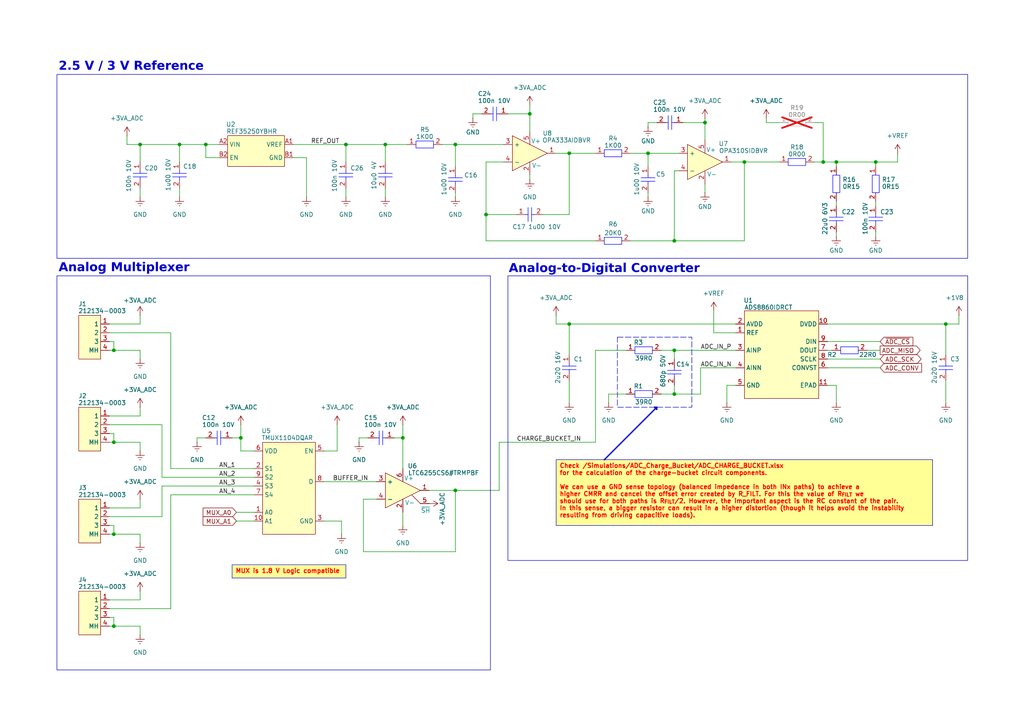
<source format=kicad_sch>
(kicad_sch (version 20231120) (generator "eeschema") (generator_version "8.0")
  (paper "A4")
  (title_block (title "[2] ADC & Multiplexer") (rev "1.0") (company "Embedded Systems Laboratory - EPFL") (comment 1 "Author: José Angel Miranda Calero") (comment 2 "Author: Juan Sapriza") (comment 3 "Author: Alejandro López Rodriguez"))
  (lib_symbols
    (symbol "X-MODs_SchLib:212134-0003"
      (property "Reference" "J" (at -0.254 3.302 0))
      (property "Value" " 212134-0003 " (at -1.27 1.27 0))
      (symbol "212134-0003_1_1"
        (pin passive line (at -2.54 -2.54 0) (length 2.54) (name "1") (number "1"))
        (pin passive line (at -2.54 -5.08 0) (length 2.54) (name "2") (number "2"))
        (pin passive line (at -2.54 -7.62 0) (length 2.54) (name "3") (number "3"))
        (pin passive line (at -2.54 -10.16 0) (length 2.54) (name "MH") (number "4"))
      )
    )
    (symbol "X-MODs_SchLib:ADS8860IDRCT"
      (property "Reference" "U" (at -0.254 2.794 0))
      (property "Value" " ADS8860IDRCT " (at -1.27 1.016 0))
      (symbol "ADS8860IDRCT_1_1"
        (pin passive line (at -2.54 -6.35 0) (length 2.54) (name "REF") (number "1"))
        (pin passive line (at 24.13 -3.81 180) (length 2.54) (name "DVDD") (number "10"))
        (pin passive line (at 24.13 -21.59 180) (length 2.54) (name "EPAD") (number "11"))
        (pin passive line (at -2.54 -3.81 0) (length 2.54) (name "AVDD") (number "2"))
        (pin passive line (at -2.54 -11.43 0) (length 2.54) (name "AINP") (number "3"))
        (pin passive line (at -2.54 -16.51 0) (length 2.54) (name "AINN") (number "4"))
        (pin passive line (at -2.54 -21.59 0) (length 2.54) (name "GND") (number "5"))
        (pin passive line (at 24.13 -16.51 180) (length 2.54) (name "CONVST") (number "6"))
        (pin passive line (at 24.13 -11.43 180) (length 2.54) (name "DOUT") (number "7"))
        (pin passive line (at 24.13 -13.97 180) (length 2.54) (name "SCLK") (number "8"))
        (pin passive line (at 24.13 -8.89 180) (length 2.54) (name "DIN") (number "9"))
      )
    )
    (symbol "X-MODs_SchLib:C0402C105K8PACTU"
      (property "Reference" "C" (at -4.064 5.588 0))
      (property "Value" "1u00 10V" (at -4.064 3.302 0))
      (symbol "C0402C105K8PACTU_1_1"
        (pin passive line (at -3.81 0 0) (length 2.54) (name "") (number "1"))
        (pin passive line (at 3.81 0 180) (length 2.54) (name "") (number "2"))
      )
    )
    (symbol "X-MODs_SchLib:CL05A226MQ5CUN"
      (property "Reference" "C" (at -4.064 5.588 0))
      (property "Value" "22u0 6V3" (at -4.064 3.302 0))
      (symbol "CL05A226MQ5CUN_1_1"
        (pin passive line (at -3.81 0 0) (length 2.54) (name "") (number "1"))
        (pin passive line (at 3.81 0 180) (length 2.54) (name "") (number "2"))
      )
    )
    (symbol "X-MODs_SchLib:CRCW040222R0FKED"
      (property "Reference" "R" (at -4.064 5.588 0))
      (property "Value" "22R0" (at -4.064 3.302 0))
      (symbol "CRCW040222R0FKED_1_1"
        (pin passive line (at -5.08 0 0) (length 2.54) (name "") (number "1"))
        (pin passive line (at 5.08 0 180) (length 2.54) (name "") (number "2"))
      )
    )
    (symbol "X-MODs_SchLib:ERA-2ARC102X"
      (property "Reference" "R" (at -4.064 5.588 0))
      (property "Value" "1K00" (at -4.064 3.302 0))
      (symbol "ERA-2ARC102X_1_1"
        (pin passive line (at -5.08 0 0) (length 2.54) (name "") (number "1"))
        (pin passive line (at 5.08 0 180) (length 2.54) (name "") (number "2"))
      )
    )
    (symbol "X-MODs_SchLib:ERA-2ARC203X"
      (property "Reference" "R" (at -4.064 5.588 0))
      (property "Value" "20K0" (at -4.064 3.302 0))
      (symbol "ERA-2ARC203X_1_1"
        (pin passive line (at -5.08 0 0) (length 2.54) (name "") (number "1"))
        (pin passive line (at 5.08 0 180) (length 2.54) (name "") (number "2"))
      )
    )
    (symbol "X-MODs_SchLib:GCM1555C1H681FA16J "
      (property "Reference" "C" (at -4.064 5.588 0))
      (property "Value" "680p 50V" (at -4.064 3.302 0))
      (symbol "GCM1555C1H681FA16J _1_1"
        (pin passive line (at -3.81 0 0) (length 2.54) (name "") (number "1"))
        (pin passive line (at 3.81 0 180) (length 2.54) (name "") (number "2"))
      )
    )
    (symbol "X-MODs_SchLib:GRM155R60G106ME01D"
      (property "Reference" "C" (at -4.064 5.588 0))
      (property "Value" "10u0 4V" (at -4.064 3.302 0))
      (symbol "GRM155R60G106ME01D_1_1"
        (pin passive line (at -3.81 0 0) (length 2.54) (name "") (number "1"))
        (pin passive line (at 3.81 0 180) (length 2.54) (name "") (number "2"))
      )
      (symbol "GRM155R60G106ME01D_1_2"
        (pin passive line (at -3.81 0 0) (length 2.54) (name "") (number "1"))
        (pin passive line (at 3.81 0 180) (length 2.54) (name "") (number "2"))
      )
    )
    (symbol "X-MODs_SchLib:GRM155R61C225KE44D"
      (property "Reference" "C" (at -4.064 5.588 0))
      (property "Value" "2u20 16V" (at -4.064 3.302 0))
      (symbol "GRM155R61C225KE44D_1_1"
        (pin passive line (at -3.81 0 0) (length 2.54) (name "") (number "1"))
        (pin passive line (at 3.81 0 180) (length 2.54) (name "") (number "2"))
      )
    )
    (symbol "X-MODs_SchLib:GRM155R71A104JA01D"
      (property "Reference" "C" (at -4.826 5.588 0))
      (property "Value" "100n 10V" (at -4.826 3.302 0))
      (symbol "GRM155R71A104JA01D_1_1"
        (pin passive line (at -3.81 0 0) (length 2.54) (name "") (number "1"))
        (pin passive line (at 3.81 0 180) (length 2.54) (name "") (number "2"))
      )
    )
    (symbol "X-MODs_SchLib:KDV04FR150ET "
      (property "Reference" "R" (at -4.064 5.588 0))
      (property "Value" "0R15" (at -4.064 3.302 0))
      (symbol "KDV04FR150ET _1_1"
        (pin passive line (at -5.08 0 0) (length 2.54) (name "") (number "1"))
        (pin passive line (at 5.08 0 180) (length 2.54) (name "") (number "2"))
      )
    )
    (symbol "X-MODs_SchLib:LTC6255CS6#TRMPBF"
      (property "Reference" "U" (at 7.366 -12.7 0))
      (property "Value" " LTC6255CS6#TRMPBF " (at 6.604 -14.478 0))
      (symbol "LTC6255CS6#TRMPBF_1_1"
        (text "V+" (at 6.858 -1.524 0) (effects (font (size 1.27 1.27))))
        (text "V-" (at 7.112 -8.636 0) (effects (font (size 1.27 1.27))))
        (text "~{SH}" (at 11.684 -10.922 0) (effects (font (size 1.27 1.27))))
        (pin output line (at 12.7 -5.08 180) (length 2.54) (name "VOUT") (number "1"))
        (pin power_in line (at 5.08 -11.43 90) (length 3.81) (name "V-") (number "2"))
        (pin input line (at -2.54 -2.54 0) (length 2.54) (name "+") (number "3"))
        (pin input line (at -2.54 -7.62 0) (length 2.54) (name "-") (number "4"))
        (pin output line (at 12.7 -8.89 180) (length 2.54) (name "~{SH}") (number "5"))
        (pin power_in line (at 5.08 1.27 270) (length 3.81) (name "V+") (number "6"))
      )
    )
    (symbol "X-MODs_SchLib:OPA310SIDBVR"
      (property "Reference" "U" (at 7.366 -12.7 0))
      (property "Value" " OPA310SIDBVR " (at 6.604 -14.478 0))
      (symbol "OPA310SIDBVR_1_1"
        (text "V+" (at 6.858 -1.524 0) (effects (font (size 1.27 1.27))))
        (text "V-" (at 7.112 -8.636 0) (effects (font (size 1.27 1.27))))
        (pin output line (at 12.7 -5.08 180) (length 2.54) (name "VOUT") (number "1"))
        (pin power_in line (at 5.08 -11.43 90) (length 3.81) (name "V-") (number "2"))
        (pin input line (at -2.54 -2.54 0) (length 2.54) (name "+") (number "3"))
        (pin input line (at -2.54 -7.62 0) (length 2.54) (name "-") (number "4"))
        (pin power_in line (at 5.08 1.27 270) (length 3.81) (name "V+") (number "5"))
      )
    )
    (symbol "X-MODs_SchLib:OPA333AIDBVR"
      (property "Reference" "U" (at 7.366 -12.7 0))
      (property "Value" " OPA333AIDBVR " (at 6.604 -14.478 0))
      (symbol "OPA333AIDBVR_1_1"
        (text "V+" (at 6.858 -1.524 0) (effects (font (size 1.27 1.27))))
        (text "V-" (at 7.112 -8.636 0) (effects (font (size 1.27 1.27))))
        (pin output line (at 12.7 -5.08 180) (length 2.54) (name "VOUT") (number "1"))
        (pin power_in line (at 5.08 -11.43 90) (length 3.81) (name "V-") (number "2"))
        (pin input line (at -2.54 -2.54 0) (length 2.54) (name "+") (number "3"))
        (pin input line (at -2.54 -7.62 0) (length 2.54) (name "-") (number "4"))
        (pin power_in line (at 5.08 1.27 270) (length 3.81) (name "V+") (number "5"))
      )
    )
    (symbol "X-MODs_SchLib:REF35250YBHR "
      (property "Reference" "U" (at -0.254 2.794 0))
      (property "Value" "REF35250YBHR " (at -0.254 1.016 0))
      (symbol "REF35250YBHR _1_1"
        (pin passive line (at 19.05 -2.54 180) (length 2.54) (name "VREF") (number "A1"))
        (pin passive line (at -2.54 -2.54 0) (length 2.54) (name "VIN") (number "A2"))
        (pin passive line (at 19.05 -6.35 180) (length 2.54) (name "GND") (number "B1"))
        (pin passive line (at -2.54 -6.35 0) (length 2.54) (name "EN") (number "B2"))
      )
    )
    (symbol "X-MODs_SchLib:RK73Z1ETTP"
      (property "Reference" "R" (at -4.064 5.588 0))
      (property "Value" "0R00" (at -4.064 3.302 0))
      (symbol "RK73Z1ETTP_1_1"
        (pin passive line (at -5.08 0 0) (length 2.54) (name "") (number "1"))
        (pin passive line (at 5.08 0 180) (length 2.54) (name "") (number "2"))
      )
    )
    (symbol "X-MODs_SchLib:RT0402BRD0739RL "
      (property "Reference" "R" (at -4.064 5.588 0))
      (property "Value" "39R0" (at -4.064 3.302 0))
      (symbol "RT0402BRD0739RL _1_1"
        (pin passive line (at -5.08 0 0) (length 2.54) (name "") (number "1"))
        (pin passive line (at 5.08 0 180) (length 2.54) (name "") (number "2"))
      )
    )
    (symbol "X-MODs_SchLib:TMUX1104DQAR"
      (property "Reference" "U" (at -0.254 2.794 0))
      (property "Value" "TMUX1104DQAR " (at -0.254 1.016 0))
      (symbol "TMUX1104DQAR_1_1"
        (pin passive line (at -2.54 -20.32 0) (length 2.54) (name "A0") (number "1"))
        (pin passive line (at -2.54 -22.86 0) (length 2.54) (name "A1") (number "10"))
        (pin passive line (at -2.54 -7.62 0) (length 2.54) (name "S1") (number "2"))
        (pin passive line (at 17.78 -22.86 180) (length 2.54) (name "GND") (number "3"))
        (pin passive line (at -2.54 -12.7 0) (length 2.54) (name "S3") (number "4"))
        (pin passive line (at 17.78 -2.54 180) (length 2.54) (name "EN") (number "5"))
        (pin passive line (at -2.54 -2.54 0) (length 2.54) (name "VDD") (number "6"))
        (pin passive line (at -2.54 -15.24 0) (length 2.54) (name "S4") (number "7"))
        (pin passive line (at 17.78 -11.43 180) (length 2.54) (name "D") (number "8"))
        (pin passive line (at -2.54 -10.16 0) (length 2.54) (name "S2") (number "9"))
      )
    )
    (symbol "power:+3.3VA" (power) (pin_numbers hide) (pin_names (offset 0) hide)
      (property "Value" "+3.3VA" (at 0 3.556 0))
      (symbol "+3.3VA_1_1"
        (pin power_in line (at 0 0 90) (length 0) (name "~") (number "1"))
      )
    )
    (symbol "power:Earth" (power) (pin_numbers hide) (pin_names (offset 0) hide)
      (property "Value" "Earth" (at 0 -3.81 0))
      (symbol "Earth_1_1"
        (pin power_in line (at 0 0 270) (length 0) (name "~") (number "1"))
      )
    )
  )
  (junction (at 195.58 101.6))
  (junction (at 153.67 33.02))
  (junction (at 100.33 41.91))
  (junction (at 238.76 46.99))
  (junction (at 274.32 93.98))
  (junction (at 33.02 181.61))
  (junction (at 132.08 41.91))
  (junction (at 33.02 128.27))
  (junction (at 69.85 127))
  (junction (at 215.9 46.99))
  (junction (at 132.08 142.24))
  (junction (at 254 46.99))
  (junction (at 195.58 69.85))
  (junction (at 187.96 44.45))
  (junction (at 165.1 93.98))
  (junction (at 33.02 154.94))
  (junction (at 195.58 114.3))
  (junction (at 52.07 41.91))
  (junction (at 40.64 41.91))
  (junction (at 204.47 35.56))
  (junction (at 165.1 44.45))
  (junction (at 116.84 127))
  (junction (at 242.57 46.99))
  (junction (at 111.76 41.91))
  (junction (at 140.97 62.23))
  (junction (at 59.69 41.91))
  (junction (at 33.02 101.6))
  (wire (pts (xy 40.64 101.6) (xy 40.64 104.14)))
  (wire (pts (xy 240.03 93.98) (xy 274.32 93.98)))
  (wire (pts (xy 153.67 33.02) (xy 153.67 38.1)))
  (wire (pts (xy 111.76 54.61) (xy 111.76 57.15)))
  (wire (pts (xy 31.75 99.06) (xy 33.02 99.06)))
  (wire (pts (xy 240.03 111.76) (xy 242.57 111.76)))
  (wire (pts (xy 49.53 135.89) (xy 73.66 135.89)))
  (wire (pts (xy 195.58 111.76) (xy 195.58 114.3)))
  (wire (pts (xy 36.83 39.37) (xy 36.83 41.91)))
  (wire (pts (xy 33.02 125.73) (xy 33.02 128.27)))
  (wire (pts (xy 68.58 151.13) (xy 73.66 151.13)))
  (wire (pts (xy 238.76 35.56) (xy 238.76 46.99)))
  (wire (pts (xy 278.13 91.44) (xy 278.13 93.98)))
  (wire (pts (xy 187.96 57.15) (xy 187.96 55.88)))
  (wire (pts (xy 165.1 44.45) (xy 165.1 62.23)))
  (wire (pts (xy 254 48.26) (xy 254 46.99)))
  (wire (pts (xy 196.85 49.53) (xy 195.58 49.53)))
  (wire (pts (xy 40.64 120.65) (xy 31.75 120.65)))
  (wire (pts (xy 181.61 101.6) (xy 172.72 101.6)))
  (wire (pts (xy 31.75 123.19) (xy 46.99 123.19)))
  (wire (pts (xy 88.9 45.72) (xy 88.9 57.15)))
  (wire (pts (xy 165.1 93.98) (xy 213.36 93.98)))
  (wire (pts (xy 215.9 69.85) (xy 215.9 46.99)))
  (polyline (pts (xy 189.865 118.11) (xy 190.5 118.745)) (stroke (width 0.381)))
  (wire (pts (xy 31.75 181.61) (xy 33.02 181.61)))
  (wire (pts (xy 46.99 140.97) (xy 73.66 140.97)))
  (wire (pts (xy 116.84 127) (xy 116.84 135.89)))
  (wire (pts (xy 278.13 93.98) (xy 274.32 93.98)))
  (wire (pts (xy 33.02 128.27) (xy 40.64 128.27)))
  (wire (pts (xy 236.22 46.99) (xy 238.76 46.99)))
  (wire (pts (xy 157.48 62.23) (xy 165.1 62.23)))
  (wire (pts (xy 187.96 36.83) (xy 187.96 35.56)))
  (wire (pts (xy 187.96 44.45) (xy 196.85 44.45)))
  (wire (pts (xy 144.78 142.24) (xy 132.08 142.24)))
  (polyline (pts (xy 190.5 118.11) (xy 190.5 118.745)) (stroke (width 0.381)))
  (wire (pts (xy 255.27 101.6) (xy 251.46 101.6)))
  (wire (pts (xy 204.47 55.88) (xy 204.47 53.34)))
  (wire (pts (xy 105.41 144.78) (xy 105.41 160.02)))
  (wire (pts (xy 52.07 41.91) (xy 52.07 46.99)))
  (wire (pts (xy 57.15 127) (xy 59.69 127)))
  (wire (pts (xy 57.15 128.27) (xy 57.15 127)))
  (wire (pts (xy 165.1 110.49) (xy 165.1 116.84)))
  (wire (pts (xy 132.08 41.91) (xy 132.08 48.26)))
  (wire (pts (xy 97.79 130.81) (xy 97.79 123.19)))
  (wire (pts (xy 181.61 114.3) (xy 176.53 114.3)))
  (wire (pts (xy 100.33 41.91) (xy 100.33 46.99)))
  (wire (pts (xy 33.02 179.07) (xy 33.02 181.61)))
  (wire (pts (xy 140.97 62.23) (xy 149.86 62.23)))
  (wire (pts (xy 198.12 35.56) (xy 204.47 35.56)))
  (wire (pts (xy 111.76 41.91) (xy 111.76 46.99)))
  (wire (pts (xy 236.22 35.56) (xy 238.76 35.56)))
  (wire (pts (xy 33.02 152.4) (xy 33.02 154.94)))
  (wire (pts (xy 132.08 160.02) (xy 132.08 142.24)))
  (wire (pts (xy 195.58 114.3) (xy 203.2 114.3)))
  (wire (pts (xy 40.64 171.45) (xy 40.64 173.99)))
  (wire (pts (xy 191.77 114.3) (xy 195.58 114.3)))
  (wire (pts (xy 68.58 148.59) (xy 73.66 148.59)))
  (wire (pts (xy 40.64 41.91) (xy 52.07 41.91)))
  (wire (pts (xy 172.72 69.85) (xy 140.97 69.85)))
  (wire (pts (xy 137.16 33.02) (xy 139.7 33.02)))
  (wire (pts (xy 203.2 106.68) (xy 203.2 114.3)))
  (wire (pts (xy 195.58 101.6) (xy 213.36 101.6)))
  (wire (pts (xy 52.07 54.61) (xy 52.07 57.15)))
  (wire (pts (xy 242.57 111.76) (xy 242.57 116.84)))
  (polyline (pts (xy 175.26 133.35) (xy 190.5 118.11)) (stroke (width 0.381)))
  (wire (pts (xy 240.03 99.06) (xy 255.27 99.06)))
  (wire (pts (xy 93.98 139.7) (xy 109.22 139.7)))
  (wire (pts (xy 215.9 46.99) (xy 212.09 46.99)))
  (wire (pts (xy 195.58 49.53) (xy 195.58 69.85)))
  (wire (pts (xy 204.47 40.64) (xy 204.47 35.56)))
  (wire (pts (xy 242.57 46.99) (xy 254 46.99)))
  (wire (pts (xy 274.32 93.98) (xy 274.32 102.87)))
  (wire (pts (xy 40.64 144.78) (xy 40.64 147.32)))
  (wire (pts (xy 242.57 48.26) (xy 242.57 46.99)))
  (wire (pts (xy 238.76 46.99) (xy 242.57 46.99)))
  (wire (pts (xy 187.96 35.56) (xy 190.5 35.56)))
  (wire (pts (xy 33.02 181.61) (xy 40.64 181.61)))
  (wire (pts (xy 132.08 57.15) (xy 132.08 55.88)))
  (wire (pts (xy 165.1 44.45) (xy 172.72 44.45)))
  (wire (pts (xy 31.75 101.6) (xy 33.02 101.6)))
  (wire (pts (xy 165.1 93.98) (xy 165.1 102.87)))
  (wire (pts (xy 161.29 93.98) (xy 165.1 93.98)))
  (wire (pts (xy 144.78 128.27) (xy 172.72 128.27)))
  (wire (pts (xy 46.99 138.43) (xy 73.66 138.43)))
  (wire (pts (xy 260.35 46.99) (xy 254 46.99)))
  (wire (pts (xy 109.22 144.78) (xy 105.41 144.78)))
  (wire (pts (xy 137.16 34.29) (xy 137.16 33.02)))
  (wire (pts (xy 161.29 44.45) (xy 165.1 44.45)))
  (wire (pts (xy 69.85 123.19) (xy 69.85 127)))
  (wire (pts (xy 260.35 44.45) (xy 260.35 46.99)))
  (wire (pts (xy 93.98 130.81) (xy 97.79 130.81)))
  (wire (pts (xy 33.02 99.06) (xy 33.02 101.6)))
  (wire (pts (xy 49.53 96.52) (xy 49.53 135.89)))
  (wire (pts (xy 128.27 41.91) (xy 132.08 41.91)))
  (wire (pts (xy 172.72 101.6) (xy 172.72 128.27)))
  (wire (pts (xy 116.84 123.19) (xy 116.84 127)))
  (wire (pts (xy 63.5 45.72) (xy 59.69 45.72)))
  (wire (pts (xy 114.3 127) (xy 116.84 127)))
  (wire (pts (xy 222.25 34.29) (xy 222.25 35.56)))
  (wire (pts (xy 242.57 67.31) (xy 242.57 68.58)))
  (wire (pts (xy 49.53 176.53) (xy 49.53 143.51)))
  (wire (pts (xy 46.99 149.86) (xy 46.99 140.97)))
  (wire (pts (xy 31.75 149.86) (xy 46.99 149.86)))
  (wire (pts (xy 46.99 123.19) (xy 46.99 138.43)))
  (wire (pts (xy 40.64 147.32) (xy 31.75 147.32)))
  (wire (pts (xy 31.75 154.94) (xy 33.02 154.94)))
  (polyline (pts (xy 190.5 118.11) (xy 189.865 118.11)) (stroke (width 0.381)))
  (wire (pts (xy 195.58 69.85) (xy 215.9 69.85)))
  (wire (pts (xy 40.64 93.98) (xy 31.75 93.98)))
  (wire (pts (xy 67.31 127) (xy 69.85 127)))
  (wire (pts (xy 147.32 33.02) (xy 153.67 33.02)))
  (wire (pts (xy 104.14 127) (xy 106.68 127)))
  (wire (pts (xy 85.09 41.91) (xy 100.33 41.91)))
  (wire (pts (xy 240.03 106.68) (xy 255.27 106.68)))
  (wire (pts (xy 100.33 41.91) (xy 111.76 41.91)))
  (wire (pts (xy 59.69 41.91) (xy 63.5 41.91)))
  (wire (pts (xy 40.64 41.91) (xy 40.64 46.99)))
  (wire (pts (xy 31.75 96.52) (xy 49.53 96.52)))
  (wire (pts (xy 140.97 62.23) (xy 140.97 69.85)))
  (wire (pts (xy 242.57 58.42) (xy 242.57 59.69)))
  (wire (pts (xy 40.64 181.61) (xy 40.64 184.15)))
  (wire (pts (xy 49.53 143.51) (xy 73.66 143.51)))
  (wire (pts (xy 40.64 91.44) (xy 40.64 93.98)))
  (wire (pts (xy 40.64 154.94) (xy 40.64 157.48)))
  (wire (pts (xy 100.33 54.61) (xy 100.33 57.15)))
  (wire (pts (xy 222.25 35.56) (xy 226.06 35.56)))
  (wire (pts (xy 132.08 41.91) (xy 146.05 41.91)))
  (wire (pts (xy 191.77 101.6) (xy 195.58 101.6)))
  (wire (pts (xy 207.01 96.52) (xy 213.36 96.52)))
  (wire (pts (xy 59.69 45.72) (xy 59.69 41.91)))
  (wire (pts (xy 69.85 130.81) (xy 73.66 130.81)))
  (wire (pts (xy 153.67 52.07) (xy 153.67 50.8)))
  (wire (pts (xy 36.83 41.91) (xy 40.64 41.91)))
  (wire (pts (xy 210.82 111.76) (xy 210.82 116.84)))
  (wire (pts (xy 213.36 111.76) (xy 210.82 111.76)))
  (wire (pts (xy 182.88 44.45) (xy 187.96 44.45)))
  (wire (pts (xy 240.03 104.14) (xy 255.27 104.14)))
  (wire (pts (xy 31.75 179.07) (xy 33.02 179.07)))
  (wire (pts (xy 203.2 106.68) (xy 213.36 106.68)))
  (wire (pts (xy 104.14 128.27) (xy 104.14 127)))
  (wire (pts (xy 144.78 128.27) (xy 144.78 142.24)))
  (wire (pts (xy 93.98 151.13) (xy 99.06 151.13)))
  (wire (pts (xy 176.53 114.3) (xy 176.53 116.84)))
  (wire (pts (xy 161.29 93.98) (xy 161.29 91.44)))
  (wire (pts (xy 52.07 41.91) (xy 59.69 41.91)))
  (wire (pts (xy 207.01 90.17) (xy 207.01 96.52)))
  (wire (pts (xy 240.03 101.6) (xy 241.3 101.6)))
  (wire (pts (xy 187.96 44.45) (xy 187.96 48.26)))
  (wire (pts (xy 40.64 118.11) (xy 40.64 120.65)))
  (wire (pts (xy 85.09 45.72) (xy 88.9 45.72)))
  (wire (pts (xy 40.64 128.27) (xy 40.64 130.81)))
  (wire (pts (xy 111.76 41.91) (xy 118.11 41.91)))
  (wire (pts (xy 31.75 128.27) (xy 33.02 128.27)))
  (wire (pts (xy 182.88 69.85) (xy 195.58 69.85)))
  (wire (pts (xy 116.84 148.59) (xy 116.84 152.4)))
  (wire (pts (xy 40.64 173.99) (xy 31.75 173.99)))
  (wire (pts (xy 204.47 35.56) (xy 204.47 34.29)))
  (wire (pts (xy 124.46 142.24) (xy 132.08 142.24)))
  (wire (pts (xy 31.75 125.73) (xy 33.02 125.73)))
  (wire (pts (xy 31.75 176.53) (xy 49.53 176.53)))
  (wire (pts (xy 69.85 127) (xy 69.85 130.81)))
  (wire (pts (xy 254 58.42) (xy 254 59.69)))
  (wire (pts (xy 99.06 151.13) (xy 99.06 154.94)))
  (wire (pts (xy 105.41 160.02) (xy 132.08 160.02)))
  (wire (pts (xy 146.05 46.99) (xy 140.97 46.99)))
  (wire (pts (xy 140.97 46.99) (xy 140.97 62.23)))
  (wire (pts (xy 274.32 110.49) (xy 274.32 116.84)))
  (wire (pts (xy 33.02 154.94) (xy 40.64 154.94)))
  (wire (pts (xy 153.67 30.48) (xy 153.67 33.02)))
  (wire (pts (xy 33.02 101.6) (xy 40.64 101.6)))
  (wire (pts (xy 215.9 46.99) (xy 226.06 46.99)))
  (wire (pts (xy 31.75 152.4) (xy 33.02 152.4)))
  (wire (pts (xy 254 67.31) (xy 254 68.58)))
  (wire (pts (xy 195.58 101.6) (xy 195.58 104.14)))
  (wire (pts (xy 40.64 54.61) (xy 40.64 57.15)))
  (rectangle (start 16.51 21.59) (end 280.67 74.93))
  (rectangle (start 147.32 80.01) (end 280.67 162.56))
  (rectangle (start 16.51 80.01) (end 142.24 194.31))
  (rectangle (start 179.07 97.79) (end 200.66 118.11) (stroke (width 0) (type dash)))
  (text_box "MUX is 1.8 V Logic compatible" (at 67.31 163.83 0) (size 33.02 3.81) (fill (type color) (color 255 255 150 1)) (effects (font (size 1.27 1.27) (thickness 0.254) (bold yes)) (justify left top)))
  (text_box "Check /Simulations/ADC_Charge_Bucket/ADC_CHARGE_BUCKET.xlsx \nfor the calculation of the charge-bucket circuit components.\n\nWe can use a GND sense topology (balanced impedance in both INx paths) to achieve a \nhigher CMRR and cancel the offset error created by R_FILT. For this the value of R_{FILT} we\nshould use for both paths is R_{FILT}/2. However, the important aspect is the RC constant of the pair.\nIn this sense, a bigger resistor can result in a higher distortion (though it helps avoid the instability\nresulting from driving capacitive loads). " (at 161.29 133.35 0) (size 109.22 19.05) (fill (type color) (color 255 255 150 1)) (effects (font (size 1.27 1.27) (thickness 0.254) (bold yes)) (justify left top)))
  (text "Analog-to-Digital Converter" (at 147.574 78.74 0) (effects (font (size 2.54 2.54) (thickness 0.254) (bold yes) (italic yes)) (justify left)))
  (text "Analog Multiplexer" (at 17.018 78.486 0) (effects (font (size 2.54 2.54) (thickness 0.254) (bold yes) (italic yes)) (justify left)))
  (text "2.5 V / 3 V Reference" (at 17.018 20.066 0) (effects (font (size 2.54 2.54) (thickness 0.254) (bold yes) (italic yes)) (justify left)))
  (label "CHARGE_BUCKET_IN" (at 149.86 128.27 0))
  (label "ADC_IN_N" (at 203.2 106.68 0))
  (label "BUFFER_IN" (at 96.52 139.7 0))
  (label "AN_1" (at 63.5 135.89 0))
  (label "AN_3" (at 63.5 140.97 0))
  (label "ADC_IN_P" (at 203.2 101.6 0))
  (label "REF_OUT" (at 90.17 41.91 0))
  (label "AN_2" (at 63.5 138.43 0))
  (label "AN_4" (at 63.5 143.51 0))
  (global_label "~{ADC_CS}" (shape input) (at 255.27 99.06 0) (property "Intersheetrefs" "${INTERSHEET_REFS}" (effects (hide yes))))
  (global_label "MUX_A1" (shape input) (at 68.58 151.13 180) (property "Intersheetrefs" "${INTERSHEET_REFS}" (effects (hide yes))))
  (global_label "ADC_CONV" (shape input) (at 255.27 106.68 0) (property "Intersheetrefs" "${INTERSHEET_REFS}" (effects (hide yes))))
  (global_label "ADC_MISO" (shape output) (at 255.27 101.6 0) (property "Intersheetrefs" "${INTERSHEET_REFS}" (effects (hide yes))))
  (global_label "ADC_SCK" (shape bidirectional) (at 255.27 104.14 0) (property "Intersheetrefs" "${INTERSHEET_REFS}" (effects (hide yes))))
  (global_label "MUX_A0" (shape input) (at 68.58 148.59 180) (property "Intersheetrefs" "${INTERSHEET_REFS}" (effects (hide yes))))
  (symbol (lib_id "power:Earth") (at 116.84 152.4 0) (unit 1)
    (property "Reference" "#PWR047" (effects (hide yes)))
    (property "Value" "GND" (at 116.84 157.48 0))
    (property "Description" "Power symbol creates a global label with name \"Earth\"" (effects (hide yes)))
  )
  (symbol (lib_id "power:Earth") (at 242.57 116.84 0) (mirror y) (unit 1)
    (property "Reference" "#PWR016" (effects (hide yes)))
    (property "Value" "GND" (at 242.57 121.92 0))
    (property "Description" "Power symbol creates a global label with name \"Earth\"" (effects (hide yes)))
  )
  (symbol (lib_id "X-MODs_SchLib:RT0402BRD0739RL ") (at 186.69 114.3 0) (unit 1)
    (property "Reference" "R1" (at 185.166 112.014 0))
    (property "Value" "39R0" (at 184.15 116.586 0) (effects (justify left)))
    (property "Footprint" "X-MODs_PcbLib:R0402" (effects (hide yes)))
    (property "Datasheet" "https://www.mouser.mx/datasheet/2/447/PYu_RT_1_to_0_01_RoHS_L_15-3461507.pdf" (effects (hide yes)))
    (property "Description" "Thin Film Resistors - SMD 1/16W 39 ohm .1% 25ppm" (effects (hide yes)))
    (property "MPN" "RT0402BRD0739RL " (effects (hide yes)))
  )
  (symbol (lib_id "X-MODs_SchLib:GCM1555C1H681FA16J ") (at 195.58 107.95 270) (unit 1)
    (property "Reference" "C14" (at 196.088 105.6639 90) (effects (justify left)))
    (property "Value" "680p 50V" (at 192.278 102.87 0) (effects (justify left)))
    (property "Footprint" "X-MODs_PcbLib:C0402" (effects (hide yes)))
    (property "Datasheet" "https://www.mouser.es/datasheet/2/281/1/GCM1555C1H681FA16_01A-3142201.pdf" (effects (hide yes)))
    (property "Description" "Multilayer Ceramic Capacitors MLCC - SMD/SMT 680 pF 50 VDC 1% 0402 C0G (NP0) AEC-Q200" (effects (hide yes)))
    (property "MPN" " GCM1555C1H681FA16J " (effects (hide yes)))
  )
  (symbol (lib_id "power:Earth") (at 165.1 116.84 0) (unit 1)
    (property "Reference" "#PWR02" (effects (hide yes)))
    (property "Value" "GND" (at 165.1 121.92 0))
    (property "Description" "Power symbol creates a global label with name \"Earth\"" (effects (hide yes)))
  )
  (symbol (lib_id "X-MODs_SchLib:RT0402BRD0739RL ") (at 186.69 101.6 0) (unit 1)
    (property "Reference" "R3" (at 185.166 99.314 0))
    (property "Value" "39R0" (at 184.15 103.886 0) (effects (justify left)))
    (property "Footprint" "X-MODs_PcbLib:R0402" (effects (hide yes)))
    (property "Datasheet" "https://www.mouser.mx/datasheet/2/447/PYu_RT_1_to_0_01_RoHS_L_15-3461507.pdf" (effects (hide yes)))
    (property "Description" "Thin Film Resistors - SMD 1/16W 39 ohm .1% 25ppm" (effects (hide yes)))
    (property "MPN" "RT0402BRD0739RL " (effects (hide yes)))
  )
  (symbol (lib_id "power:Earth") (at 153.67 52.07 0) (unit 1)
    (property "Reference" "#PWR044" (effects (hide yes)))
    (property "Value" "GND" (at 153.67 57.15 0))
    (property "Description" "Power symbol creates a global label with name \"Earth\"" (effects (hide yes)))
  )
  (symbol (lib_id "X-MODs_SchLib:GRM155R71A104JA01D") (at 100.33 50.8 270) (unit 1)
    (property "Reference" "C26" (at 101.6 48.7679 90) (effects (justify left)))
    (property "Value" "100n 10V" (at 97.028 46.2279 0) (effects (justify left)))
    (property "Footprint" "X-MODs_PcbLib:C0402" (effects (hide yes)))
    (property "Datasheet" "https://www.mouser.es/datasheet/2/281/1/GRM155R71A104JA01_01A-1984196.pdf" (effects (hide yes)))
    (property "Description" "Multilayer Ceramic Capacitors MLCC - SMD/SMT 0.1 uF 10 VDC 5% 0402 X7R" (effects (hide yes)))
    (property "MPN" "GRM155R71A104JA01D" (effects (hide yes)))
  )
  (symbol (lib_id "X-MODs_SchLib:C0402C105K8PACTU") (at 187.96 52.07 270) (unit 1)
    (property "Reference" "C5" (at 190.246 50.5459 90) (effects (justify left)))
    (property "Value" "1u00 10V" (at 184.658 47.2439 0) (effects (justify left)))
    (property "Footprint" "X-MODs_PcbLib:C0402" (effects (hide yes)))
    (property "Datasheet" "https://www.mouser.es/datasheet/2/447/KEM_C1006_X5R_SMD-3316465.pdf" (effects (hide yes)))
    (property "Description" "Multilayer Ceramic Capacitors MLCC - SMD/SMT 10V 1uF X5R 0402 10%" (effects (hide yes)))
    (property "MPN" "C0402C105K8PACTU" (effects (hide yes)))
  )
  (symbol (lib_id "X-MODs_SchLib:TMUX1104DQAR") (at 76.2 128.27 0) (unit 1)
    (property "Reference" "U5" (at 77.216 124.968 0))
    (property "Value" "TMUX1104DQAR" (at 83.312 127 0))
    (property "Footprint" "X-MODs_PcbLib:USON-10_1x2.5mm" (effects (hide yes)))
    (property "Datasheet" "https://www.mouser.es/datasheet/2/609/MAX5417_MAX5419-3470280.pdf" (effects (hide yes)))
    (property "Description" "Multiplexer Switch ICs 3-pA on-state leakage current, 5-V, 4:1, 1-channel precision multiplexer 10-USON -40 to 125" (effects (hide yes)))
    (property "MPN" "TMUX1104DQAR " (effects (hide yes)))
  )
  (symbol (lib_id "X-MODs_SchLib:ERA-2ARC102X") (at 123.19 41.91 0) (unit 1)
    (property "Reference" "R5" (at 123.19 37.592 0))
    (property "Value" "1K00" (at 123.19 39.624 0))
    (property "Footprint" "X-MODs_PcbLib:R0402" (effects (hide yes)))
    (property "Datasheet" "https://industrial.panasonic.com/cdbs/www-data/pdf/RDM0000/AOA0000C307.pdf" (effects (hide yes)))
    (property "Description" "Thin Film Resistors 1K OHM .25% 10PPM 1/16W" (effects (hide yes)))
    (property "MPN" "ERA-2ARC102X" (effects (hide yes)))
  )
  (symbol (lib_id "power:Earth") (at 100.33 57.15 0) (unit 1)
    (property "Reference" "#PWR067" (effects (hide yes)))
    (property "Value" "GND" (at 100.33 62.23 0))
    (property "Description" "Power symbol creates a global label with name \"Earth\"" (effects (hide yes)))
  )
  (symbol (lib_id "power:Earth") (at 88.9 57.15 0) (unit 1)
    (property "Reference" "#PWR054" (effects (hide yes)))
    (property "Value" "GND" (at 88.9 62.23 0))
    (property "Description" "Power symbol creates a global label with name \"Earth\"" (effects (hide yes)))
  )
  (symbol (lib_id "power:Earth") (at 57.15 128.27 0) (unit 1)
    (property "Reference" "#PWR030" (effects (hide yes)))
    (property "Value" "GND" (at 57.15 133.35 0))
    (property "Description" "Power symbol creates a global label with name \"Earth\"" (effects (hide yes)))
  )
  (symbol (lib_id "X-MODs_SchLib:GRM155R71A104JA01D") (at 194.31 35.56 180) (unit 1)
    (property "Reference" "C25" (at 193.294 29.718 0) (effects (justify left)))
    (property "Value" "100n 10V" (at 198.882 31.75 0) (effects (justify left)))
    (property "Footprint" "X-MODs_PcbLib:C0402" (effects (hide yes)))
    (property "Datasheet" "https://www.mouser.es/datasheet/2/281/1/GRM155R71A104JA01_01A-1984196.pdf" (effects (hide yes)))
    (property "Description" "Multilayer Ceramic Capacitors MLCC - SMD/SMT 0.1 uF 10 VDC 5% 0402 X7R" (effects (hide yes)))
    (property "MPN" "GRM155R71A104JA01D" (effects (hide yes)))
  )
  (symbol (lib_id "X-MODs_SchLib:LTC6255CS6#TRMPBF") (at 111.76 137.16 0) (unit 1)
    (property "Reference" "U6" (at 118.2371 135.128 0) (effects (justify left)))
    (property "Value" "LTC6255CS6#TRMPBF" (at 118.364 137.16 0) (effects (justify left)))
    (property "Footprint" "X-MODs_PcbLib:SOT_23_6" (effects (hide yes)))
    (property "Datasheet" "https://www.mouser.es/datasheet/2/609/LTC6255_6256_6257-1716230.pdf" (effects (hide yes)))
    (property "Description" "Precision Amplifiers 6.5MHz, 65uA Pwr Eff R2R I/O Op Amps" (effects (hide yes)))
    (property "MPN" " LTC6255CS6#TRMPBF " (effects (hide yes)))
  )
  (symbol (lib_id "X-MODs_SchLib:C0402C105K8PACTU") (at 153.67 62.23 0) (unit 1)
    (property "Reference" "C17" (at 148.5899 65.786 0) (effects (justify left)))
    (property "Value" "1u00 10V" (at 153.1619 65.786 0) (effects (justify left)))
    (property "Footprint" "X-MODs_PcbLib:C0402" (effects (hide yes)))
    (property "Datasheet" "https://www.mouser.es/datasheet/2/447/KEM_C1006_X5R_SMD-3316465.pdf" (effects (hide yes)))
    (property "Description" "Multilayer Ceramic Capacitors MLCC - SMD/SMT 10V 1uF X5R 0402 10%" (effects (hide yes)))
    (property "MPN" "C0402C105K8PACTU" (effects (hide yes)))
  )
  (symbol (lib_id "X-MODs_SchLib:GRM155R61C225KE44D") (at 165.1 106.68 270) (unit 1)
    (property "Reference" "C1" (at 166.37 104.14 90) (effects (justify left)))
    (property "Value" "2u20 16V" (at 161.798 101.854 0) (effects (justify left)))
    (property "Footprint" "X-MODs_PcbLib:C0402" (effects (hide yes)))
    (property "Datasheet" "https://www.mouser.es/datasheet/2/281/1/GRM155R61C225KE44_01A-1983850.pdf" (effects (hide yes)))
    (property "Description" "Multilayer Ceramic Capacitors MLCC - SMD/SMT 2.2 uF 16 VDC 10% 0402 X5R" (effects (hide yes)))
    (property "MPN" "GRM155R61C225KE44D" (effects (hide yes)))
  )
  (symbol (lib_id "X-MODs_SchLib:RK73Z1ETTP") (at 231.14 46.99 0) (unit 1)
    (property "Reference" "R18" (at 231.14 42.672 0))
    (property "Value" "0R00" (at 231.14 44.704 0))
    (property "Footprint" "X-MODs_PcbLib:R0402" (effects (hide yes)))
    (property "Datasheet" "https://www.koaspeer.com/pdfs/RK73Z.pdf" (effects (hide yes)))
    (property "Description" "Thick Film Resistors ZEROohms JUMPER" (effects (hide yes)))
    (property "MPN" "RK73Z1ETTP" (effects (hide yes)))
  )
  (symbol (lib_id "X-MODs_SchLib:GRM155R71A104JA01D") (at 40.64 50.8 270) (unit 1)
    (property "Reference" "C20" (at 41.91 48.7679 90) (effects (justify left)))
    (property "Value" "100n 10V" (at 37.338 46.2279 0) (effects (justify left)))
    (property "Footprint" "X-MODs_PcbLib:C0402" (effects (hide yes)))
    (property "Datasheet" "https://www.mouser.es/datasheet/2/281/1/GRM155R71A104JA01_01A-1984196.pdf" (effects (hide yes)))
    (property "Description" "Multilayer Ceramic Capacitors MLCC - SMD/SMT 0.1 uF 10 VDC 5% 0402 X7R" (effects (hide yes)))
    (property "MPN" "GRM155R71A104JA01D" (effects (hide yes)))
  )
  (symbol (lib_id "power:Earth") (at 99.06 154.94 0) (unit 1)
    (property "Reference" "#PWR032" (effects (hide yes)))
    (property "Value" "GND" (at 99.06 160.02 0))
    (property "Description" "Power symbol creates a global label with name \"Earth\"" (effects (hide yes)))
  )
  (symbol (lib_id "power:+3.3VA") (at 40.64 118.11 0) (unit 1)
    (property "Reference" "#PWR036" (effects (hide yes)))
    (property "Value" "+3VA_ADC" (at 40.64 113.03 0))
    (property "Description" "Power symbol creates a global label with name \"+3.3VA\"" (effects (hide yes)))
  )
  (symbol (lib_id "power:Earth") (at 40.64 57.15 0) (unit 1)
    (property "Reference" "#PWR058" (effects (hide yes)))
    (property "Value" "GND" (at 40.64 62.23 0))
    (property "Description" "Power symbol creates a global label with name \"Earth\"" (effects (hide yes)))
  )
  (symbol (lib_id "power:Earth") (at 137.16 34.29 0) (unit 1)
    (property "Reference" "#PWR064" (effects (hide yes)))
    (property "Value" "GND" (at 137.16 38.354 0))
    (property "Description" "Power symbol creates a global label with name \"Earth\"" (effects (hide yes)))
  )
  (symbol (lib_id "X-MODs_SchLib:OPA310SIDBVR") (at 199.39 41.91 0) (unit 1)
    (property "Reference" "U7" (at 209.804 41.6874 0))
    (property "Value" "OPA310SIDBVR" (at 215.646 43.7194 0))
    (property "Footprint" "X-MODs_PcbLib:SOT_23_5_SHDN" (effects (hide yes)))
    (property "Datasheet" "https://www.ti.com/lit/gpn/opa310" (effects (hide yes)))
    (property "Description" "Operational Amplifiers - Op Amps Single, 5.5-V, 3-MHz high-output-current (150 mA) fast-shutdown (1 s) operational amplifier" (effects (hide yes)))
    (property "MPN" " OPA310SIDBVR " (effects (hide yes)))
  )
  (symbol (lib_id "X-MODs_SchLib:GRM155R71A104JA01D") (at 63.5 127 180) (unit 1)
    (property "Reference" "C12" (at 62.484 121.158 0) (effects (justify left)))
    (property "Value" "100n 10V" (at 68.072 123.19 0) (effects (justify left)))
    (property "Footprint" "X-MODs_PcbLib:C0402" (effects (hide yes)))
    (property "Datasheet" "https://www.mouser.es/datasheet/2/281/1/GRM155R71A104JA01_01A-1984196.pdf" (effects (hide yes)))
    (property "Description" "Multilayer Ceramic Capacitors MLCC - SMD/SMT 0.1 uF 10 VDC 5% 0402 X7R" (effects (hide yes)))
    (property "MPN" "GRM155R71A104JA01D" (effects (hide yes)))
  )
  (symbol (lib_id "power:Earth") (at 40.64 130.81 0) (unit 1)
    (property "Reference" "#PWR037" (effects (hide yes)))
    (property "Value" "GND" (at 40.64 135.89 0))
    (property "Description" "Power symbol creates a global label with name \"Earth\"" (effects (hide yes)))
  )
  (symbol (lib_id "X-MODs_SchLib:212134-0003") (at 29.21 171.45 0) (mirror y) (unit 1)
    (property "Reference" "J4" (at 25.146 168.1479 0) (effects (justify left)))
    (property "Value" "212134-0003" (at 36.576 170.1799 0) (effects (justify left)))
    (property "Footprint" "X-MODs_PcbLib:2121340003" (effects (hide yes)))
    (property "Datasheet" "https://www.molex.com/en-us/products/part-detail/2121340003?display=pdf" (effects (hide yes)))
    (property "Description" "Headers & Wire Housings Pico-EZMate Plus1.0 PlugAssy ETP LH 3Ckt" (effects (hide yes)))
    (property "MPN" " 212134-0003 " (effects (hide yes)))
  )
  (symbol (lib_id "power:+3.3VA") (at 40.64 171.45 0) (unit 1)
    (property "Reference" "#PWR040" (effects (hide yes)))
    (property "Value" "+3VA_ADC" (at 40.64 166.37 0))
    (property "Description" "Power symbol creates a global label with name \"+3.3VA\"" (effects (hide yes)))
  )
  (symbol (lib_id "power:Earth") (at 52.07 57.15 0) (unit 1)
    (property "Reference" "#PWR053" (effects (hide yes)))
    (property "Value" "GND" (at 52.07 62.23 0))
    (property "Description" "Power symbol creates a global label with name \"Earth\"" (effects (hide yes)))
  )
  (symbol (lib_id "power:Earth") (at 111.76 57.15 0) (unit 1)
    (property "Reference" "#PWR059" (effects (hide yes)))
    (property "Value" "GND" (at 111.76 62.23 0))
    (property "Description" "Power symbol creates a global label with name \"Earth\"" (effects (hide yes)))
  )
  (symbol (lib_id "X-MODs_SchLib:C0402C105K8PACTU") (at 132.08 52.07 270) (unit 1)
    (property "Reference" "C16" (at 134.62 50.7999 90) (effects (justify left)))
    (property "Value" "1u00 10V" (at 128.778 47.2439 0) (effects (justify left)))
    (property "Footprint" "X-MODs_PcbLib:C0402" (effects (hide yes)))
    (property "Datasheet" "https://www.mouser.es/datasheet/2/447/KEM_C1006_X5R_SMD-3316465.pdf" (effects (hide yes)))
    (property "Description" "Multilayer Ceramic Capacitors MLCC - SMD/SMT 10V 1uF X5R 0402 10%" (effects (hide yes)))
    (property "MPN" "C0402C105K8PACTU" (effects (hide yes)))
  )
  (symbol (lib_id "power:+3.3VA") (at 97.79 123.19 0) (unit 1)
    (property "Reference" "#PWR033" (effects (hide yes)))
    (property "Value" "+3VA_ADC" (at 97.79 118.11 0))
    (property "Description" "Power symbol creates a global label with name \"+3.3VA\"" (effects (hide yes)))
  )
  (symbol (lib_id "power:Earth") (at 187.96 57.15 0) (unit 1)
    (property "Reference" "#PWR045" (effects (hide yes)))
    (property "Value" "GND" (at 187.96 61.214 0))
    (property "Description" "Power symbol creates a global label with name \"Earth\"" (effects (hide yes)))
  )
  (symbol (lib_id "power:Earth") (at 242.57 68.58 0) (unit 1)
    (property "Reference" "#PWR060" (effects (hide yes)))
    (property "Value" "GND" (at 242.57 72.644 0))
    (property "Description" "Power symbol creates a global label with name \"Earth\"" (effects (hide yes)))
  )
  (symbol (lib_id "power:+3.3VA") (at 153.67 30.48 0) (unit 1)
    (property "Reference" "#PWR052" (effects (hide yes)))
    (property "Value" "+3VA_ADC" (at 153.67 25.4 0))
    (property "Description" "Power symbol creates a global label with name \"+3.3VA\"" (effects (hide yes)))
  )
  (symbol (lib_id "X-MODs_SchLib:C0402C105K8PACTU") (at 52.07 50.8 270) (unit 1)
    (property "Reference" "C18" (at 53.086 48.2599 90) (effects (justify left)))
    (property "Value" "1u00 10V" (at 48.768 45.9739 0) (effects (justify left)))
    (property "Footprint" "X-MODs_PcbLib:C0402" (effects (hide yes)))
    (property "Datasheet" "https://www.mouser.es/datasheet/2/447/KEM_C1006_X5R_SMD-3316465.pdf" (effects (hide yes)))
    (property "Description" "Multilayer Ceramic Capacitors MLCC - SMD/SMT 10V 1uF X5R 0402 10%" (effects (hide yes)))
    (property "MPN" "C0402C105K8PACTU" (effects (hide yes)))
  )
  (symbol (lib_id "X-MODs_SchLib:212134-0003") (at 29.21 118.11 0) (mirror y) (unit 1)
    (property "Reference" "J2" (at 25.146 114.8079 0) (effects (justify left)))
    (property "Value" "212134-0003" (at 36.576 116.8399 0) (effects (justify left)))
    (property "Footprint" "X-MODs_PcbLib:2121340003" (effects (hide yes)))
    (property "Datasheet" "https://www.molex.com/en-us/products/part-detail/2121340003?display=pdf" (effects (hide yes)))
    (property "Description" "Headers & Wire Housings Pico-EZMate Plus1.0 PlugAssy ETP LH 3Ckt" (effects (hide yes)))
    (property "MPN" " 212134-0003 " (effects (hide yes)))
  )
  (symbol (lib_id "power:Earth") (at 254 68.58 0) (unit 1)
    (property "Reference" "#PWR061" (effects (hide yes)))
    (property "Value" "GND" (at 254 72.644 0))
    (property "Description" "Power symbol creates a global label with name \"Earth\"" (effects (hide yes)))
  )
  (symbol (lib_id "X-MODs_SchLib:GRM155R71A104JA01D") (at 110.49 127 180) (unit 1)
    (property "Reference" "C15" (at 109.474 121.158 0) (effects (justify left)))
    (property "Value" "100n 10V" (at 115.062 123.19 0) (effects (justify left)))
    (property "Footprint" "X-MODs_PcbLib:C0402" (effects (hide yes)))
    (property "Datasheet" "https://www.mouser.es/datasheet/2/281/1/GRM155R71A104JA01_01A-1984196.pdf" (effects (hide yes)))
    (property "Description" "Multilayer Ceramic Capacitors MLCC - SMD/SMT 0.1 uF 10 VDC 5% 0402 X7R" (effects (hide yes)))
    (property "MPN" "GRM155R71A104JA01D" (effects (hide yes)))
  )
  (symbol (lib_id "power:+3.3VA") (at 36.83 39.37 0) (unit 1)
    (property "Reference" "#PWR055" (effects (hide yes)))
    (property "Value" "+3VA_ADC" (at 36.83 34.29 0))
    (property "Description" "Power symbol creates a global label with name \"+3.3VA\"" (effects (hide yes)))
  )
  (symbol (lib_id "power:+3.3VA") (at 161.29 91.44 0) (unit 1)
    (property "Reference" "#PWR01" (effects (hide yes)))
    (property "Value" "+3VA_ADC" (at 161.29 86.36 0))
    (property "Description" "Power symbol creates a global label with name \"+3.3VA\"" (effects (hide yes)))
  )
  (symbol (lib_id "X-MODs_SchLib:KDV04FR150ET ") (at 242.57 53.34 270) (unit 1)
    (property "Reference" "R16" (at 244.348 52.0699 90) (effects (justify left)))
    (property "Value" "0R15" (at 244.348 54.1019 90) (effects (justify left)))
    (property "Footprint" "X-MODs_PcbLib:R0402" (effects (hide yes)))
    (property "Datasheet" "https://www.ohmite.com/assets/images/res-kdv.pdf" (effects (hide yes)))
    (property "Description" "Current Sense Resistors - SMD .15 OHM 1% 1/8W" (effects (hide yes)))
    (property "MPN" "KDV04FR150ET " (effects (hide yes)))
  )
  (symbol (lib_id "power:Earth") (at 40.64 104.14 0) (unit 1)
    (property "Reference" "#PWR034" (effects (hide yes)))
    (property "Value" "GND" (at 40.64 109.22 0))
    (property "Description" "Power symbol creates a global label with name \"Earth\"" (effects (hide yes)))
  )
  (symbol (lib_id "power:+3.3VA") (at 204.47 34.29 0) (unit 1)
    (property "Reference" "#PWR051" (effects (hide yes)))
    (property "Value" "+3VA_ADC" (at 204.47 29.21 0))
    (property "Description" "Power symbol creates a global label with name \"+3.3VA\"" (effects (hide yes)))
  )
  (symbol (lib_id "power:+3.3VA") (at 207.01 90.17 0) (unit 1)
    (property "Reference" "#PWR062" (effects (hide yes)))
    (property "Value" "+VREF" (at 207.01 85.09 0))
    (property "Description" "Power symbol creates a global label with name \"+3.3VA\"" (effects (hide yes)))
  )
  (symbol (lib_id "power:Earth") (at 210.82 116.84 0) (unit 1)
    (property "Reference" "#PWR05" (effects (hide yes)))
    (property "Value" "GND" (at 210.82 121.92 0))
    (property "Description" "Power symbol creates a global label with name \"Earth\"" (effects (hide yes)))
  )
  (symbol (lib_id "X-MODs_SchLib:KDV04FR150ET ") (at 254 53.34 270) (unit 1)
    (property "Reference" "R17" (at 255.778 52.0699 90) (effects (justify left)))
    (property "Value" "0R15" (at 255.778 54.1019 90) (effects (justify left)))
    (property "Footprint" "X-MODs_PcbLib:R0402" (effects (hide yes)))
    (property "Datasheet" "https://www.ohmite.com/assets/images/res-kdv.pdf" (effects (hide yes)))
    (property "Description" "Current Sense Resistors - SMD .15 OHM 1% 1/8W" (effects (hide yes)))
    (property "MPN" "KDV04FR150ET " (effects (hide yes)))
  )
  (symbol (lib_id "X-MODs_SchLib:GRM155R71A104JA01D") (at 143.51 33.02 180) (unit 1)
    (property "Reference" "C24" (at 142.494 27.178 0) (effects (justify left)))
    (property "Value" "100n 10V" (at 148.082 29.21 0) (effects (justify left)))
    (property "Footprint" "X-MODs_PcbLib:C0402" (effects (hide yes)))
    (property "Datasheet" "https://www.mouser.es/datasheet/2/281/1/GRM155R71A104JA01_01A-1984196.pdf" (effects (hide yes)))
    (property "Description" "Multilayer Ceramic Capacitors MLCC - SMD/SMT 0.1 uF 10 VDC 5% 0402 X7R" (effects (hide yes)))
    (property "MPN" "GRM155R71A104JA01D" (effects (hide yes)))
  )
  (symbol (lib_id "power:+3.3VA") (at 40.64 91.44 0) (unit 1)
    (property "Reference" "#PWR035" (effects (hide yes)))
    (property "Value" "+3VA_ADC" (at 40.64 87.122 0))
    (property "Description" "Power symbol creates a global label with name \"+3.3VA\"" (effects (hide yes)))
  )
  (symbol (lib_id "power:+3.3VA") (at 278.13 91.44 0) (unit 1)
    (property "Reference" "#PWR014" (effects (hide yes)))
    (property "Value" "+1V8" (at 276.86 86.36 0))
    (property "Description" "Power symbol creates a global label with name \"+3.3VA\"" (effects (hide yes)))
  )
  (symbol (lib_id "power:Earth") (at 187.96 36.83 0) (unit 1)
    (property "Reference" "#PWR065" (effects (hide yes)))
    (property "Value" "GND" (at 187.96 40.894 0))
    (property "Description" "Power symbol creates a global label with name \"Earth\"" (effects (hide yes)))
  )
  (symbol (lib_id "X-MODs_SchLib:GRM155R71A104JA01D") (at 254 63.5 270) (unit 1)
    (property "Reference" "C23" (at 255.27 61.4679 90) (effects (justify left)))
    (property "Value" "100n 10V" (at 250.952 58.6739 0) (effects (justify left)))
    (property "Footprint" "X-MODs_PcbLib:C0402" (effects (hide yes)))
    (property "Datasheet" "https://www.mouser.es/datasheet/2/281/1/GRM155R71A104JA01_01A-1984196.pdf" (effects (hide yes)))
    (property "Description" "Multilayer Ceramic Capacitors MLCC - SMD/SMT 0.1 uF 10 VDC 5% 0402 X7R" (effects (hide yes)))
    (property "MPN" "GRM155R71A104JA01D" (effects (hide yes)))
  )
  (symbol (lib_id "power:Earth") (at 274.32 116.84 0) (unit 1)
    (property "Reference" "#PWR015" (effects (hide yes)))
    (property "Value" "GND" (at 274.32 121.92 0))
    (property "Description" "Power symbol creates a global label with name \"Earth\"" (effects (hide yes)))
  )
  (symbol (lib_id "X-MODs_SchLib:GRM155R60G106ME01D") (at 111.76 50.8 270) (unit 1)
    (property "Reference" "C21" (effects (hide yes)))
    (property "Value" "10u0 4V" (at 108.458 46.7359 0) (effects (justify left)))
    (property "Footprint" "X-MODs_PcbLib:C0402" (effects (hide yes)))
    (property "Datasheet" "https://www.mouser.es/datasheet/2/281/1/GRM155R60G106ME01_01A-1983785.pdf" (effects (hide yes)))
    (property "Description" "Multilayer Ceramic Capacitors MLCC - SMD/SMT 10 uF 4 VDC 20% 0402 X5R" (effects (hide yes)))
    (property "MPN" "GRM155R60G106ME01D" (effects (hide yes)))
  )
  (symbol (lib_id "X-MODs_SchLib:CL05A226MQ5CUN") (at 242.57 63.5 270) (unit 1)
    (property "Reference" "C22" (at 244.094 61.4679 90) (effects (justify left)))
    (property "Value" "22u0 6V3" (at 239.268 58.6739 0) (effects (justify left)))
    (property "Footprint" "X-MODs_PcbLib:C0402" (effects (hide yes)))
    (property "Datasheet" "https://www.mouser.es/datasheet/2/585/Samsung_7_14_2022_CL05A226MQ5QUN_Specsheet-3000115.pdf" (effects (hide yes)))
    (property "Description" "Multilayer Ceramic Capacitors MLCC - SMD/SMT 0402, X5R, 22uF, +/-20%" (effects (hide yes)))
    (property "MPN" "CL05A226MQ5CUN" (effects (hide yes)))
  )
  (symbol (lib_id "power:Earth") (at 176.53 116.84 0) (unit 1)
    (property "Reference" "#PWR04" (effects (hide yes)))
    (property "Value" "GND" (at 176.53 121.92 0))
    (property "Description" "Power symbol creates a global label with name \"Earth\"" (effects (hide yes)))
  )
  (symbol (lib_id "power:Earth") (at 40.64 184.15 0) (unit 1)
    (property "Reference" "#PWR041" (effects (hide yes)))
    (property "Value" "GND" (at 40.64 189.23 0))
    (property "Description" "Power symbol creates a global label with name \"Earth\"" (effects (hide yes)))
  )
  (symbol (lib_id "power:Earth") (at 40.64 157.48 0) (unit 1)
    (property "Reference" "#PWR039" (effects (hide yes)))
    (property "Value" "GND" (at 40.64 162.56 0))
    (property "Description" "Power symbol creates a global label with name \"Earth\"" (effects (hide yes)))
  )
  (symbol (lib_id "power:Earth") (at 104.14 128.27 0) (unit 1)
    (property "Reference" "#PWR050" (effects (hide yes)))
    (property "Value" "GND" (at 104.14 133.35 0))
    (property "Description" "Power symbol creates a global label with name \"Earth\"" (effects (hide yes)))
  )
  (symbol (lib_id "X-MODs_SchLib:CRCW040222R0FKED") (at 246.38 101.6 0) (unit 1)
    (property "Reference" "R2" (at 241.3 102.87 0))
    (property "Value" "22R0" (at 251.714 102.87 0))
    (property "Footprint" "X-MODs_PcbLib:R0402" (effects (hide yes)))
    (property "Datasheet" "https://www.vishay.com/docs/20035/dcrcwe3.pdf" (effects (hide yes)))
    (property "Description" "Thick Film Resistors 1/16watt 22ohms 1%" (effects (hide yes)))
    (property "MPN" "CRCW040222R0FKED" (effects (hide yes)))
  )
  (symbol (lib_id "X-MODs_SchLib:ADS8860IDRCT") (at 215.9 90.17 0) (unit 1)
    (property "Reference" "U1" (at 217.043 87.122 0))
    (property "Value" "ADS8860IDRCT" (at 222.885 89.154 0))
    (property "Footprint" "X-MODs_PcbLib:VSON-10_3x3mm_P0.5" (effects (hide yes)))
    (property "Datasheet" "https://www.ti.com/lit/ds/symlink/ads8860.pdf?ts=1733301306578&ref_url=https%253A%252F%252Fwww.mouser.de%252F" (effects (hide yes)))
    (property "Description" "Analog to Digital Converters - ADC 16B 1MSPS Pseud-Diff inpt Micro Pwr Mini" (effects (hide yes)))
    (property "MPN" " ADS8860IDRCT " (effects (hide yes)))
  )
  (symbol (lib_id "X-MODs_SchLib:REF35250YBHR ") (at 66.04 39.37 0) (unit 1)
    (property "Reference" "U2" (at 66.929 36.068 0))
    (property "Value" "REF35250YBHR" (at 73.025 38.1 0))
    (property "Footprint" "X-MODs_PcbLib:DSBGA-4_1.085x0.870mm" (effects (hide yes)))
    (property "Datasheet" "https://www.ti.com/lit/gpn/ref35" (effects (hide yes)))
    (property "Description" "Voltage References 650-nA quiescent current, 12-ppm/C drift, ultra-low-power precision voltage reference" (effects (hide yes)))
    (property "MPN" "REF35250YBHR " (effects (hide yes)))
  )
  (symbol (lib_id "X-MODs_SchLib:212134-0003") (at 29.21 144.78 0) (mirror y) (unit 1)
    (property "Reference" "J3" (at 25.146 141.4779 0) (effects (justify left)))
    (property "Value" "212134-0003" (at 36.576 143.5099 0) (effects (justify left)))
    (property "Footprint" "X-MODs_PcbLib:2121340003" (effects (hide yes)))
    (property "Datasheet" "https://www.molex.com/en-us/products/part-detail/2121340003?display=pdf" (effects (hide yes)))
    (property "Description" "Headers & Wire Housings Pico-EZMate Plus1.0 PlugAssy ETP LH 3Ckt" (effects (hide yes)))
    (property "MPN" " 212134-0003 " (effects (hide yes)))
  )
  (symbol (lib_id "power:Earth") (at 204.47 55.88 0) (unit 1)
    (property "Reference" "#PWR046" (effects (hide yes)))
    (property "Value" "GND" (at 204.47 59.944 0))
    (property "Description" "Power symbol creates a global label with name \"Earth\"" (effects (hide yes)))
  )
  (symbol (lib_id "X-MODs_SchLib:RK73Z1ETTP") (at 231.14 35.56 0) (unit 1) (dnp yes)
    (property "Reference" "R19" (at 231.14 31.242 0))
    (property "Value" "0R00" (at 231.14 33.274 0))
    (property "Footprint" "X-MODs_PcbLib:R0402" (effects (hide yes)))
    (property "Datasheet" "https://www.koaspeer.com/pdfs/RK73Z.pdf" (effects (hide yes)))
    (property "Description" "Thick Film Resistors ZEROohms JUMPER" (effects (hide yes)))
    (property "MPN" "RK73Z1ETTP" (effects (hide yes)))
  )
  (symbol (lib_id "X-MODs_SchLib:ERA-2ARC102X") (at 177.8 44.45 0) (unit 1)
    (property "Reference" "R4" (at 177.8 40.132 0))
    (property "Value" "1K00" (at 177.8 42.164 0))
    (property "Footprint" "X-MODs_PcbLib:R0402" (effects (hide yes)))
    (property "Datasheet" "https://industrial.panasonic.com/cdbs/www-data/pdf/RDM0000/AOA0000C307.pdf" (effects (hide yes)))
    (property "Description" "Thin Film Resistors 1K OHM .25% 10PPM 1/16W" (effects (hide yes)))
    (property "MPN" "ERA-2ARC102X" (effects (hide yes)))
  )
  (symbol (lib_id "power:+3.3VA") (at 222.25 34.29 0) (unit 1)
    (property "Reference" "#PWR066" (effects (hide yes)))
    (property "Value" "+3VA_ADC" (at 222.25 29.21 0))
    (property "Description" "Power symbol creates a global label with name \"+3.3VA\"" (effects (hide yes)))
  )
  (symbol (lib_id "power:+3.3VA") (at 116.84 123.19 0) (unit 1)
    (property "Reference" "#PWR048" (effects (hide yes)))
    (property "Value" "+3VA_ADC" (at 116.84 118.11 0))
    (property "Description" "Power symbol creates a global label with name \"+3.3VA\"" (effects (hide yes)))
  )
  (symbol (lib_id "power:+3.3VA") (at 124.46 146.05 270) (unit 1)
    (property "Reference" "#PWR049" (effects (hide yes)))
    (property "Value" "+3VA_ADC" (at 128.27 142.7479 0) (effects (justify left)))
    (property "Description" "Power symbol creates a global label with name \"+3.3VA\"" (effects (hide yes)))
  )
  (symbol (lib_id "power:+3.3VA") (at 260.35 44.45 0) (unit 1)
    (property "Reference" "#PWR063" (effects (hide yes)))
    (property "Value" "+VREF" (at 260.35 39.37 0))
    (property "Description" "Power symbol creates a global label with name \"+3.3VA\"" (effects (hide yes)))
  )
  (symbol (lib_id "X-MODs_SchLib:GRM155R61C225KE44D") (at 274.32 106.68 270) (unit 1)
    (property "Reference" "C3" (at 275.59 104.14 90) (effects (justify left)))
    (property "Value" "2u20 16V" (at 271.018 101.854 0) (effects (justify left)))
    (property "Footprint" "X-MODs_PcbLib:C0402" (effects (hide yes)))
    (property "Datasheet" "https://www.mouser.es/datasheet/2/281/1/GRM155R61C225KE44_01A-1983850.pdf" (effects (hide yes)))
    (property "Description" "Multilayer Ceramic Capacitors MLCC - SMD/SMT 2.2 uF 16 VDC 10% 0402 X5R" (effects (hide yes)))
    (property "MPN" "GRM155R61C225KE44D" (effects (hide yes)))
  )
  (symbol (lib_id "power:+3.3VA") (at 69.85 123.19 0) (unit 1)
    (property "Reference" "#PWR031" (effects (hide yes)))
    (property "Value" "+3VA_ADC" (at 69.85 118.11 0))
    (property "Description" "Power symbol creates a global label with name \"+3.3VA\"" (effects (hide yes)))
  )
  (symbol (lib_id "X-MODs_SchLib:OPA333AIDBVR") (at 148.59 39.37 0) (unit 1)
    (property "Reference" "U8" (at 158.75 38.6394 0))
    (property "Value" "OPA333AIDBVR" (at 164.338 40.6714 0))
    (property "Footprint" "X-MODs_PcbLib:SOT_23_5_SHDN" (effects (hide yes)))
    (property "Datasheet" "https://www.ti.com/lit/gpn/opa333" (effects (hide yes)))
    (property "Description" "Operational Amplifiers - Op Amps 1.8V 17uA 2uV microPOWER CMOS" (effects (hide yes)))
    (property "MPN" " OPA333AIDBVR " (effects (hide yes)))
  )
  (symbol (lib_id "X-MODs_SchLib:ERA-2ARC203X") (at 177.8 69.85 0) (unit 1)
    (property "Reference" "R6" (at 177.8 65.024 0))
    (property "Value" "20K0" (at 177.8 67.564 0))
    (property "Footprint" "X-MODs_PcbLib:R0402" (effects (hide yes)))
    (property "Datasheet" "https://industrial.panasonic.com/cdbs/www-data/pdf/RDM0000/AOA0000C307.pdf" (effects (hide yes)))
    (property "Description" "Thin Film Resistors 20K OHM .25% 10PPM 1/16W" (effects (hide yes)))
    (property "MPN" " ERA-2ARC203X " (effects (hide yes)))
  )
  (symbol (lib_id "power:Earth") (at 132.08 57.15 0) (unit 1)
    (property "Reference" "#PWR043" (effects (hide yes)))
    (property "Value" "GND" (at 132.08 62.23 0))
    (property "Description" "Power symbol creates a global label with name \"Earth\"" (effects (hide yes)))
  )
  (symbol (lib_id "power:+3.3VA") (at 40.64 144.78 0) (unit 1)
    (property "Reference" "#PWR038" (effects (hide yes)))
    (property "Value" "+3VA_ADC" (at 40.64 139.7 0))
    (property "Description" "Power symbol creates a global label with name \"+3.3VA\"" (effects (hide yes)))
  )
  (symbol (lib_id "X-MODs_SchLib:212134-0003") (at 29.21 91.44 0) (mirror y) (unit 1)
    (property "Reference" "J1" (at 25.146 88.1379 0) (effects (justify left)))
    (property "Value" "212134-0003" (at 36.576 90.1699 0) (effects (justify left)))
    (property "Footprint" "X-MODs_PcbLib:2121340003" (effects (hide yes)))
    (property "Datasheet" "https://www.molex.com/en-us/products/part-detail/2121340003?display=pdf" (effects (hide yes)))
    (property "Description" "Headers & Wire Housings Pico-EZMate Plus1.0 PlugAssy ETP LH 3Ckt" (effects (hide yes)))
    (property "MPN" " 212134-0003 " (effects (hide yes)))
  )
)
</source>
